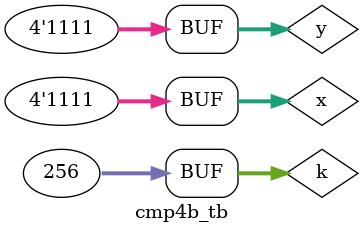
<source format=v>
module cmp4b (
    input [3:0] x, y,
    output eq, lt, gt
);
    wire eq_low, eq_high, lt_high, lt_low, gt_high, gt_low;
    cmp2b inst1(.x(x[1:0]), .y(y[1:0]), .eq(eq_low), .lt(lt_low), .gt(gt_low));
    cmp2b inst2(.x(x[3:2]), .y(y[3:2]), .eq(eq_high), .lt(lt_high), .gt(gt_high));
    assign eq = eq_high & eq_low;
    assign lt = lt_high | (eq_high & lt_low);
    assign gt = gt_high | (eq_high & gt_low);
endmodule


module cmp2b (
    input [1:0] x, y,
    output eq, lt, gt
);
    assign eq = (x[1] ~^ y[1]) & (x[0] ~^ y[0]);
    assign lt = ~x[1]&y[1] | (x[1] ~^ y[1])&(~x[0])&y[0];
    assign gt = ~y[1]&x[1] | (y[1] ~^ x[1])&(~y[0])&x[0];
endmodule

module cmp4b_tb;
    reg [3:0] x, y; 
    wire eq, lt, gt;

    cmp4b cut (.x(x), .y(y), .eq(eq), .lt(lt), .gt(gt));

    integer k;
    initial begin
        $display("Time\tx\ty\t\teq\tlt\tgt");
        $monitor("%0t\t%b(%d)\t%b(%d)\t\t%b\t%b\t%b", $time, x, x, y, y, eq, lt, gt);
        
        for (k = 0; k < 256; k = k + 1) begin
            {x, y} = k;
            #10;
        end
    end
endmodule
</source>
